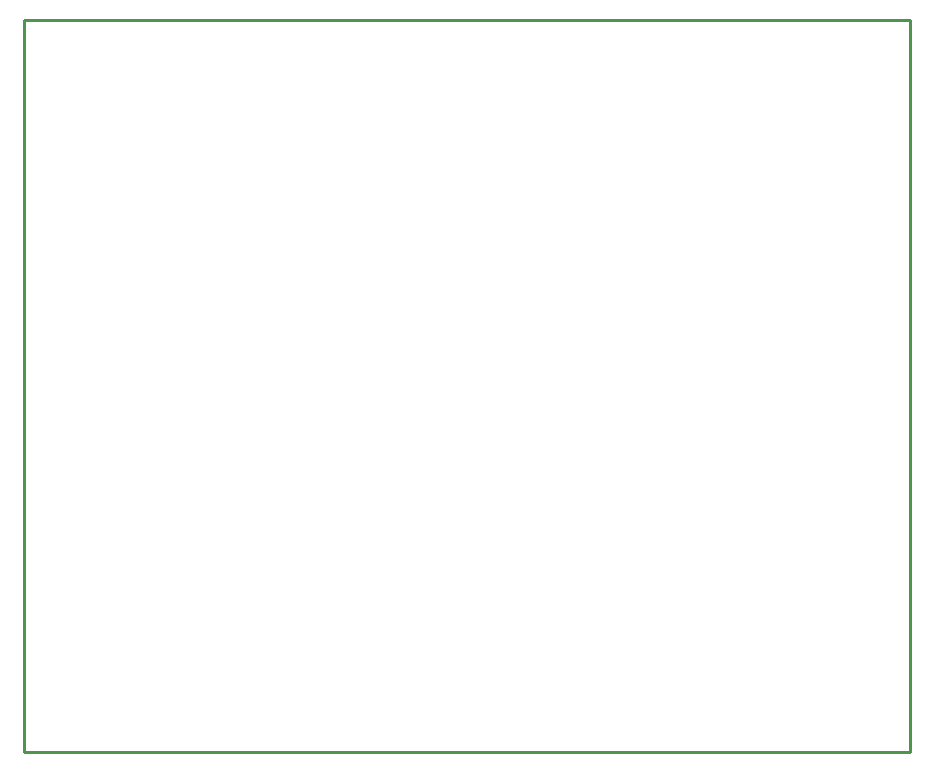
<source format=gko>
G04*
G04 #@! TF.GenerationSoftware,Altium Limited,Altium Designer,21.8.1 (53)*
G04*
G04 Layer_Color=16711935*
%FSLAX25Y25*%
%MOIN*%
G70*
G04*
G04 #@! TF.SameCoordinates,15BDF6F2-E804-41EB-80EB-1D885EA959A2*
G04*
G04*
G04 #@! TF.FilePolarity,Positive*
G04*
G01*
G75*
%ADD12C,0.01000*%
D12*
X246063Y104331D02*
X541339D01*
X541339Y348425D02*
X541339Y104331D01*
X246063Y348425D02*
X541339D01*
X246063D02*
X246063Y104331D01*
M02*

</source>
